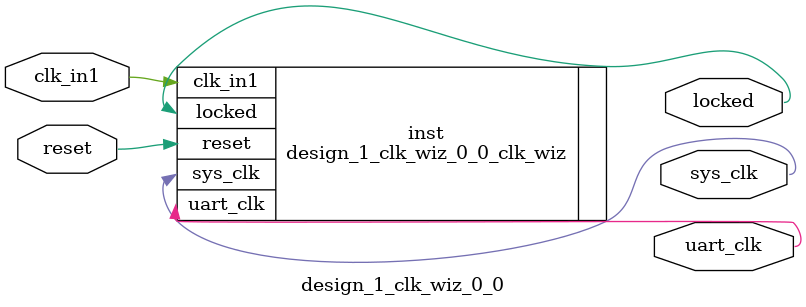
<source format=v>


`timescale 1ps/1ps

(* CORE_GENERATION_INFO = "design_1_clk_wiz_0_0,clk_wiz_v6_0_6_0_0,{component_name=design_1_clk_wiz_0_0,use_phase_alignment=true,use_min_o_jitter=false,use_max_i_jitter=false,use_dyn_phase_shift=false,use_inclk_switchover=false,use_dyn_reconfig=false,enable_axi=0,feedback_source=FDBK_AUTO,PRIMITIVE=MMCM,num_out_clk=2,clkin1_period=10.000,clkin2_period=10.000,use_power_down=false,use_reset=true,use_locked=true,use_inclk_stopped=false,feedback_type=SINGLE,CLOCK_MGR_TYPE=NA,manual_override=false}" *)

module design_1_clk_wiz_0_0 
 (
  // Clock out ports
  output        sys_clk,
  output        uart_clk,
  // Status and control signals
  input         reset,
  output        locked,
 // Clock in ports
  input         clk_in1
 );

  design_1_clk_wiz_0_0_clk_wiz inst
  (
  // Clock out ports  
  .sys_clk(sys_clk),
  .uart_clk(uart_clk),
  // Status and control signals               
  .reset(reset), 
  .locked(locked),
 // Clock in ports
  .clk_in1(clk_in1)
  );

endmodule

</source>
